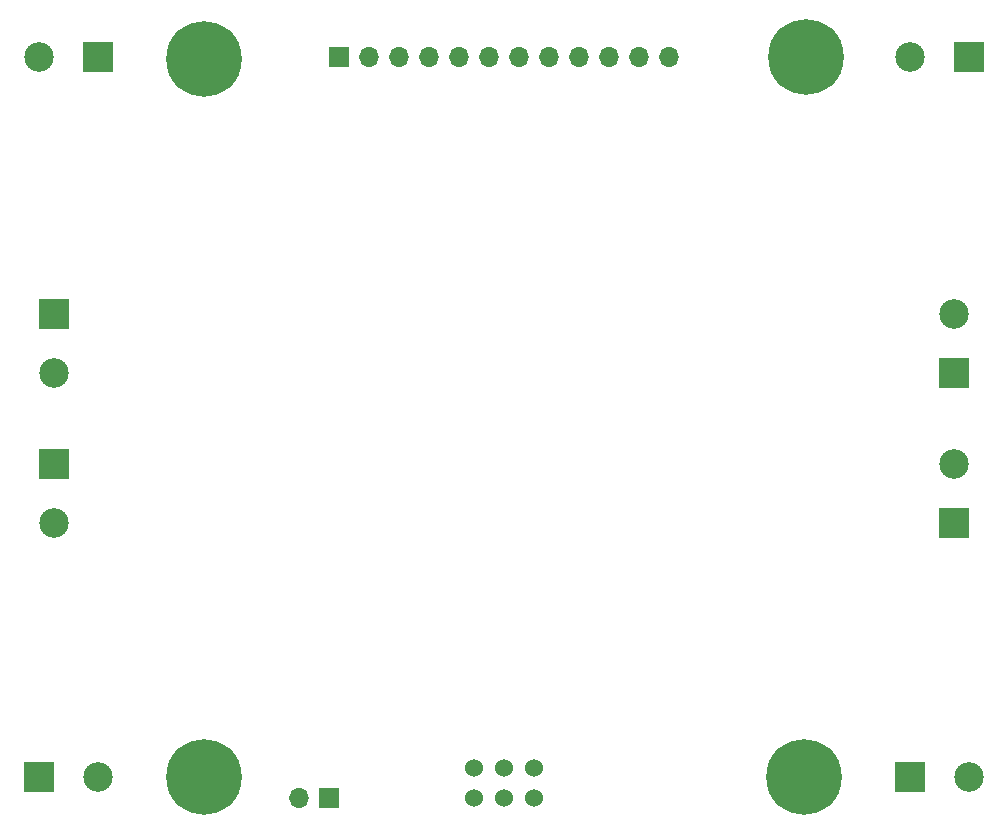
<source format=gbr>
G04 #@! TF.FileFunction,Soldermask,Bot*
%FSLAX46Y46*%
G04 Gerber Fmt 4.6, Leading zero omitted, Abs format (unit mm)*
G04 Created by KiCad (PCBNEW 4.0.6) date Sun Apr  2 15:01:44 2017*
%MOMM*%
%LPD*%
G01*
G04 APERTURE LIST*
%ADD10C,0.088900*%
%ADD11R,1.700000X1.700000*%
%ADD12O,1.700000X1.700000*%
%ADD13C,6.400000*%
%ADD14C,2.500000*%
%ADD15R,2.500000X2.500000*%
%ADD16C,1.524000*%
G04 APERTURE END LIST*
D10*
D11*
X135001000Y-140208000D03*
D12*
X132461000Y-140208000D03*
D13*
X175387000Y-77470000D03*
X124460000Y-77597000D03*
X175260000Y-138430000D03*
X124460000Y-138430000D03*
D11*
X135890001Y-77470000D03*
D12*
X138430001Y-77470000D03*
X140970001Y-77470000D03*
X143510001Y-77470000D03*
X146050001Y-77470000D03*
X148590001Y-77470000D03*
X151130001Y-77470000D03*
X153670001Y-77470000D03*
X156210001Y-77470000D03*
X158750001Y-77470000D03*
X161290001Y-77470000D03*
X163830001Y-77470000D03*
D14*
X110443000Y-77470000D03*
D15*
X115443000Y-77470000D03*
D14*
X111760000Y-104187000D03*
D15*
X111760000Y-99187000D03*
D14*
X111759998Y-116887001D03*
D15*
X111759998Y-111887001D03*
D14*
X115443000Y-138430000D03*
D15*
X110443000Y-138430000D03*
D14*
X189230000Y-138430000D03*
D15*
X184230000Y-138430000D03*
D14*
X187959999Y-111887001D03*
D15*
X187959999Y-116887001D03*
D14*
X187960000Y-99186998D03*
D15*
X187960000Y-104186998D03*
D14*
X184230000Y-77470000D03*
D15*
X189230000Y-77470000D03*
D16*
X149860000Y-140208000D03*
X152400000Y-140208000D03*
X147320000Y-140208000D03*
X147300000Y-137658000D03*
X149840000Y-137658000D03*
X152380000Y-137658000D03*
M02*

</source>
